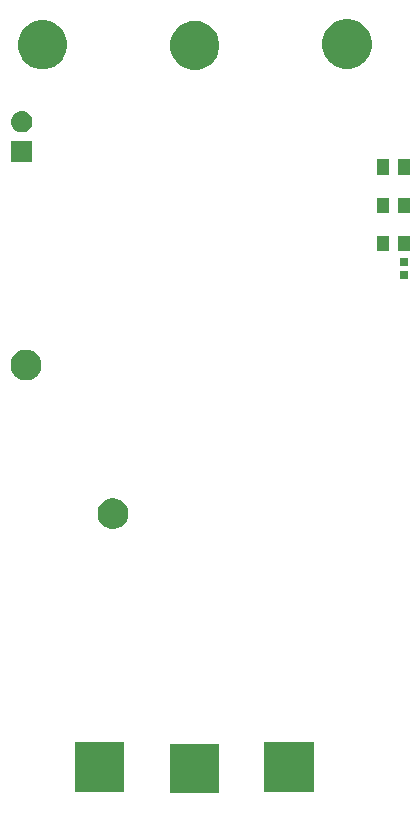
<source format=gbr>
G04 #@! TF.GenerationSoftware,KiCad,Pcbnew,(5.1.4)-1*
G04 #@! TF.CreationDate,2019-11-27T15:40:33+01:00*
G04 #@! TF.ProjectId,picoballoon,7069636f-6261-46c6-9c6f-6f6e2e6b6963,rev?*
G04 #@! TF.SameCoordinates,Original*
G04 #@! TF.FileFunction,Soldermask,Bot*
G04 #@! TF.FilePolarity,Negative*
%FSLAX46Y46*%
G04 Gerber Fmt 4.6, Leading zero omitted, Abs format (unit mm)*
G04 Created by KiCad (PCBNEW (5.1.4)-1) date 2019-11-27 15:40:33*
%MOMM*%
%LPD*%
G04 APERTURE LIST*
%ADD10C,0.100000*%
G04 APERTURE END LIST*
D10*
G36*
X58521800Y-91224300D02*
G01*
X54355800Y-91224300D01*
X54355800Y-87058300D01*
X58521800Y-87058300D01*
X58521800Y-91224300D01*
X58521800Y-91224300D01*
G37*
G36*
X50470000Y-91110000D02*
G01*
X46304000Y-91110000D01*
X46304000Y-86944000D01*
X50470000Y-86944000D01*
X50470000Y-91110000D01*
X50470000Y-91110000D01*
G37*
G36*
X66510100Y-91097300D02*
G01*
X62344100Y-91097300D01*
X62344100Y-86931300D01*
X66510100Y-86931300D01*
X66510100Y-91097300D01*
X66510100Y-91097300D01*
G37*
G36*
X49909393Y-66313304D02*
G01*
X50146101Y-66411352D01*
X50146103Y-66411353D01*
X50359135Y-66553696D01*
X50540304Y-66734865D01*
X50682647Y-66947897D01*
X50682648Y-66947899D01*
X50780696Y-67184607D01*
X50830680Y-67435893D01*
X50830680Y-67692107D01*
X50780696Y-67943393D01*
X50682648Y-68180101D01*
X50682647Y-68180103D01*
X50540304Y-68393135D01*
X50359135Y-68574304D01*
X50146103Y-68716647D01*
X50146102Y-68716648D01*
X50146101Y-68716648D01*
X49909393Y-68814696D01*
X49658107Y-68864680D01*
X49401893Y-68864680D01*
X49150607Y-68814696D01*
X48913899Y-68716648D01*
X48913898Y-68716648D01*
X48913897Y-68716647D01*
X48700865Y-68574304D01*
X48519696Y-68393135D01*
X48377353Y-68180103D01*
X48377352Y-68180101D01*
X48279304Y-67943393D01*
X48229320Y-67692107D01*
X48229320Y-67435893D01*
X48279304Y-67184607D01*
X48377352Y-66947899D01*
X48377353Y-66947897D01*
X48519696Y-66734865D01*
X48700865Y-66553696D01*
X48913897Y-66411353D01*
X48913899Y-66411352D01*
X49150607Y-66313304D01*
X49401893Y-66263320D01*
X49658107Y-66263320D01*
X49909393Y-66313304D01*
X49909393Y-66313304D01*
G37*
G36*
X42543393Y-53740304D02*
G01*
X42780101Y-53838352D01*
X42780103Y-53838353D01*
X42993135Y-53980696D01*
X43174304Y-54161865D01*
X43316647Y-54374897D01*
X43316648Y-54374899D01*
X43414696Y-54611607D01*
X43464680Y-54862893D01*
X43464680Y-55119107D01*
X43414696Y-55370393D01*
X43316648Y-55607101D01*
X43316647Y-55607103D01*
X43174304Y-55820135D01*
X42993135Y-56001304D01*
X42780103Y-56143647D01*
X42780102Y-56143648D01*
X42780101Y-56143648D01*
X42543393Y-56241696D01*
X42292107Y-56291680D01*
X42035893Y-56291680D01*
X41784607Y-56241696D01*
X41547899Y-56143648D01*
X41547898Y-56143648D01*
X41547897Y-56143647D01*
X41334865Y-56001304D01*
X41153696Y-55820135D01*
X41011353Y-55607103D01*
X41011352Y-55607101D01*
X40913304Y-55370393D01*
X40863320Y-55119107D01*
X40863320Y-54862893D01*
X40913304Y-54611607D01*
X41011352Y-54374899D01*
X41011353Y-54374897D01*
X41153696Y-54161865D01*
X41334865Y-53980696D01*
X41547897Y-53838353D01*
X41547899Y-53838352D01*
X41784607Y-53740304D01*
X42035893Y-53690320D01*
X42292107Y-53690320D01*
X42543393Y-53740304D01*
X42543393Y-53740304D01*
G37*
G36*
X74469000Y-47700500D02*
G01*
X73867000Y-47700500D01*
X73867000Y-46998500D01*
X74469000Y-46998500D01*
X74469000Y-47700500D01*
X74469000Y-47700500D01*
G37*
G36*
X74469000Y-46600500D02*
G01*
X73867000Y-46600500D01*
X73867000Y-45898500D01*
X74469000Y-45898500D01*
X74469000Y-46600500D01*
X74469000Y-46600500D01*
G37*
G36*
X74680000Y-45366500D02*
G01*
X73628000Y-45366500D01*
X73628000Y-44064500D01*
X74680000Y-44064500D01*
X74680000Y-45366500D01*
X74680000Y-45366500D01*
G37*
G36*
X72930000Y-45366500D02*
G01*
X71878000Y-45366500D01*
X71878000Y-44064500D01*
X72930000Y-44064500D01*
X72930000Y-45366500D01*
X72930000Y-45366500D01*
G37*
G36*
X74680000Y-42116500D02*
G01*
X73628000Y-42116500D01*
X73628000Y-40814500D01*
X74680000Y-40814500D01*
X74680000Y-42116500D01*
X74680000Y-42116500D01*
G37*
G36*
X72930000Y-42116500D02*
G01*
X71878000Y-42116500D01*
X71878000Y-40814500D01*
X72930000Y-40814500D01*
X72930000Y-42116500D01*
X72930000Y-42116500D01*
G37*
G36*
X72930000Y-38866500D02*
G01*
X71878000Y-38866500D01*
X71878000Y-37564500D01*
X72930000Y-37564500D01*
X72930000Y-38866500D01*
X72930000Y-38866500D01*
G37*
G36*
X74680000Y-38866500D02*
G01*
X73628000Y-38866500D01*
X73628000Y-37564500D01*
X74680000Y-37564500D01*
X74680000Y-38866500D01*
X74680000Y-38866500D01*
G37*
G36*
X42709400Y-37832600D02*
G01*
X40907400Y-37832600D01*
X40907400Y-36030600D01*
X42709400Y-36030600D01*
X42709400Y-37832600D01*
X42709400Y-37832600D01*
G37*
G36*
X41918843Y-33497119D02*
G01*
X41985027Y-33503637D01*
X42154866Y-33555157D01*
X42311391Y-33638822D01*
X42347129Y-33668152D01*
X42448586Y-33751414D01*
X42531848Y-33852871D01*
X42561178Y-33888609D01*
X42644843Y-34045134D01*
X42696363Y-34214973D01*
X42713759Y-34391600D01*
X42696363Y-34568227D01*
X42644843Y-34738066D01*
X42561178Y-34894591D01*
X42531848Y-34930329D01*
X42448586Y-35031786D01*
X42347129Y-35115048D01*
X42311391Y-35144378D01*
X42154866Y-35228043D01*
X41985027Y-35279563D01*
X41918842Y-35286082D01*
X41852660Y-35292600D01*
X41764140Y-35292600D01*
X41697958Y-35286082D01*
X41631773Y-35279563D01*
X41461934Y-35228043D01*
X41305409Y-35144378D01*
X41269671Y-35115048D01*
X41168214Y-35031786D01*
X41084952Y-34930329D01*
X41055622Y-34894591D01*
X40971957Y-34738066D01*
X40920437Y-34568227D01*
X40903041Y-34391600D01*
X40920437Y-34214973D01*
X40971957Y-34045134D01*
X41055622Y-33888609D01*
X41084952Y-33852871D01*
X41168214Y-33751414D01*
X41269671Y-33668152D01*
X41305409Y-33638822D01*
X41461934Y-33555157D01*
X41631773Y-33503637D01*
X41697957Y-33497119D01*
X41764140Y-33490600D01*
X41852660Y-33490600D01*
X41918843Y-33497119D01*
X41918843Y-33497119D01*
G37*
G36*
X56857873Y-25897024D02*
G01*
X57059089Y-25937048D01*
X57438171Y-26094069D01*
X57779335Y-26322028D01*
X58069472Y-26612165D01*
X58297431Y-26953329D01*
X58454452Y-27332411D01*
X58534500Y-27734842D01*
X58534500Y-28145158D01*
X58454452Y-28547589D01*
X58297431Y-28926671D01*
X58069472Y-29267835D01*
X57779335Y-29557972D01*
X57438171Y-29785931D01*
X57059089Y-29942952D01*
X56656659Y-30023000D01*
X56246341Y-30023000D01*
X55843911Y-29942952D01*
X55464829Y-29785931D01*
X55123665Y-29557972D01*
X54833528Y-29267835D01*
X54605569Y-28926671D01*
X54448548Y-28547589D01*
X54368500Y-28145158D01*
X54368500Y-27734842D01*
X54448548Y-27332411D01*
X54605569Y-26953329D01*
X54833528Y-26612165D01*
X55123665Y-26322028D01*
X55464829Y-26094069D01*
X55843911Y-25937048D01*
X56045127Y-25897024D01*
X56246341Y-25857000D01*
X56656659Y-25857000D01*
X56857873Y-25897024D01*
X56857873Y-25897024D01*
G37*
G36*
X44168589Y-25873548D02*
G01*
X44547671Y-26030569D01*
X44888835Y-26258528D01*
X45178972Y-26548665D01*
X45406931Y-26889829D01*
X45563952Y-27268911D01*
X45644000Y-27671342D01*
X45644000Y-28081658D01*
X45563952Y-28484089D01*
X45406931Y-28863171D01*
X45178972Y-29204335D01*
X44888835Y-29494472D01*
X44547671Y-29722431D01*
X44168589Y-29879452D01*
X43766159Y-29959500D01*
X43355841Y-29959500D01*
X42953411Y-29879452D01*
X42574329Y-29722431D01*
X42233165Y-29494472D01*
X41943028Y-29204335D01*
X41715069Y-28863171D01*
X41558048Y-28484089D01*
X41478000Y-28081658D01*
X41478000Y-27671342D01*
X41558048Y-27268911D01*
X41715069Y-26889829D01*
X41943028Y-26548665D01*
X42233165Y-26258528D01*
X42574329Y-26030569D01*
X42953411Y-25873548D01*
X43355841Y-25793500D01*
X43766159Y-25793500D01*
X44168589Y-25873548D01*
X44168589Y-25873548D01*
G37*
G36*
X69949589Y-25810048D02*
G01*
X70328671Y-25967069D01*
X70669835Y-26195028D01*
X70959972Y-26485165D01*
X71187931Y-26826329D01*
X71344952Y-27205411D01*
X71425000Y-27607842D01*
X71425000Y-28018158D01*
X71344952Y-28420589D01*
X71187931Y-28799671D01*
X70959972Y-29140835D01*
X70669835Y-29430972D01*
X70328671Y-29658931D01*
X69949589Y-29815952D01*
X69547159Y-29896000D01*
X69136841Y-29896000D01*
X68734411Y-29815952D01*
X68355329Y-29658931D01*
X68014165Y-29430972D01*
X67724028Y-29140835D01*
X67496069Y-28799671D01*
X67339048Y-28420589D01*
X67259000Y-28018158D01*
X67259000Y-27607842D01*
X67339048Y-27205411D01*
X67496069Y-26826329D01*
X67724028Y-26485165D01*
X68014165Y-26195028D01*
X68355329Y-25967069D01*
X68734411Y-25810048D01*
X69136841Y-25730000D01*
X69547159Y-25730000D01*
X69949589Y-25810048D01*
X69949589Y-25810048D01*
G37*
M02*

</source>
